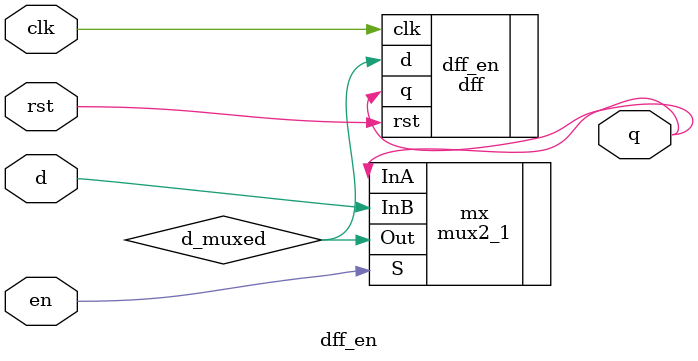
<source format=v>


module dff_en (input wire clk, d, rst, en, output wire q);

	wire d_muxed;
	dff dff_en(.q(q), .d(d_muxed), .clk(clk), .rst(rst));
	mux2_1 mx (.InA(q), .InB(d), .S(en), .Out(d_muxed));
	
endmodule

</source>
